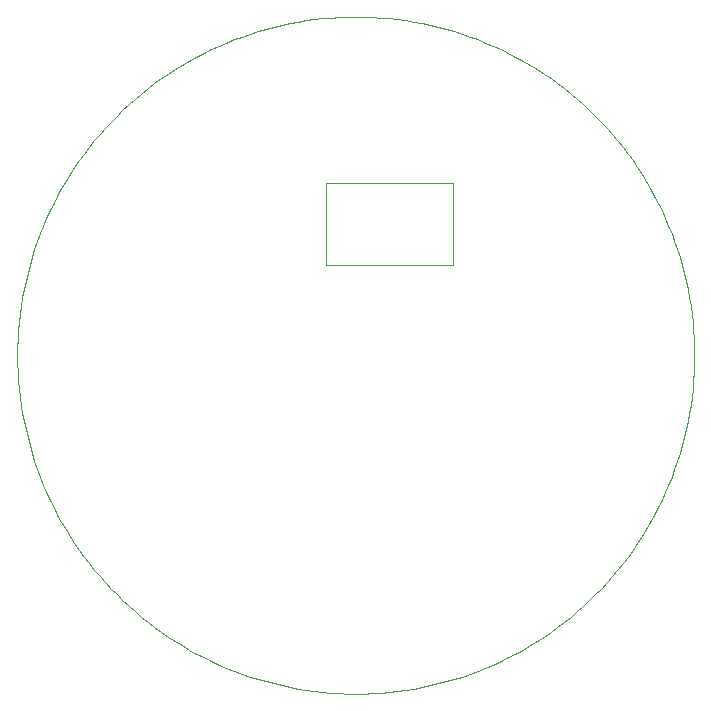
<source format=gko>
G75*
%MOIN*%
%OFA0B0*%
%FSLAX24Y24*%
%IPPOS*%
%LPD*%
%AMOC8*
5,1,8,0,0,1.08239X$1,22.5*
%
%ADD10C,0.0030*%
D10*
X002379Y012160D02*
X002382Y012437D01*
X002393Y012714D01*
X002410Y012990D01*
X002433Y013266D01*
X002464Y013541D01*
X002501Y013815D01*
X002545Y014089D01*
X002596Y014361D01*
X002653Y014632D01*
X002717Y014901D01*
X002788Y015169D01*
X002865Y015435D01*
X002948Y015699D01*
X003038Y015960D01*
X003135Y016220D01*
X003238Y016477D01*
X003347Y016732D01*
X003462Y016983D01*
X003584Y017232D01*
X003711Y017478D01*
X003845Y017720D01*
X003984Y017960D01*
X004129Y018195D01*
X004280Y018427D01*
X004437Y018656D01*
X004599Y018880D01*
X004767Y019100D01*
X004940Y019317D01*
X005118Y019528D01*
X005301Y019736D01*
X005490Y019939D01*
X005683Y020137D01*
X005881Y020330D01*
X006084Y020519D01*
X006292Y020702D01*
X006503Y020880D01*
X006720Y021053D01*
X006940Y021221D01*
X007164Y021383D01*
X007393Y021540D01*
X007625Y021691D01*
X007860Y021836D01*
X008100Y021975D01*
X008342Y022109D01*
X008588Y022236D01*
X008837Y022358D01*
X009088Y022473D01*
X009343Y022582D01*
X009600Y022685D01*
X009860Y022782D01*
X010121Y022872D01*
X010385Y022955D01*
X010651Y023032D01*
X010919Y023103D01*
X011188Y023167D01*
X011459Y023224D01*
X011731Y023275D01*
X012005Y023319D01*
X012279Y023356D01*
X012554Y023387D01*
X012830Y023410D01*
X013106Y023427D01*
X013383Y023438D01*
X013660Y023441D01*
X013937Y023438D01*
X014214Y023427D01*
X014490Y023410D01*
X014766Y023387D01*
X015041Y023356D01*
X015315Y023319D01*
X015589Y023275D01*
X015861Y023224D01*
X016132Y023167D01*
X016401Y023103D01*
X016669Y023032D01*
X016935Y022955D01*
X017199Y022872D01*
X017460Y022782D01*
X017720Y022685D01*
X017977Y022582D01*
X018232Y022473D01*
X018483Y022358D01*
X018732Y022236D01*
X018978Y022109D01*
X019220Y021975D01*
X019460Y021836D01*
X019695Y021691D01*
X019927Y021540D01*
X020156Y021383D01*
X020380Y021221D01*
X020600Y021053D01*
X020817Y020880D01*
X021028Y020702D01*
X021236Y020519D01*
X021439Y020330D01*
X021637Y020137D01*
X021830Y019939D01*
X022019Y019736D01*
X022202Y019528D01*
X022380Y019317D01*
X022553Y019100D01*
X022721Y018880D01*
X022883Y018656D01*
X023040Y018427D01*
X023191Y018195D01*
X023336Y017960D01*
X023475Y017720D01*
X023609Y017478D01*
X023736Y017232D01*
X023858Y016983D01*
X023973Y016732D01*
X024082Y016477D01*
X024185Y016220D01*
X024282Y015960D01*
X024372Y015699D01*
X024455Y015435D01*
X024532Y015169D01*
X024603Y014901D01*
X024667Y014632D01*
X024724Y014361D01*
X024775Y014089D01*
X024819Y013815D01*
X024856Y013541D01*
X024887Y013266D01*
X024910Y012990D01*
X024927Y012714D01*
X024938Y012437D01*
X024941Y012160D01*
X024938Y011883D01*
X024927Y011606D01*
X024910Y011330D01*
X024887Y011054D01*
X024856Y010779D01*
X024819Y010505D01*
X024775Y010231D01*
X024724Y009959D01*
X024667Y009688D01*
X024603Y009419D01*
X024532Y009151D01*
X024455Y008885D01*
X024372Y008621D01*
X024282Y008360D01*
X024185Y008100D01*
X024082Y007843D01*
X023973Y007588D01*
X023858Y007337D01*
X023736Y007088D01*
X023609Y006842D01*
X023475Y006600D01*
X023336Y006360D01*
X023191Y006125D01*
X023040Y005893D01*
X022883Y005664D01*
X022721Y005440D01*
X022553Y005220D01*
X022380Y005003D01*
X022202Y004792D01*
X022019Y004584D01*
X021830Y004381D01*
X021637Y004183D01*
X021439Y003990D01*
X021236Y003801D01*
X021028Y003618D01*
X020817Y003440D01*
X020600Y003267D01*
X020380Y003099D01*
X020156Y002937D01*
X019927Y002780D01*
X019695Y002629D01*
X019460Y002484D01*
X019220Y002345D01*
X018978Y002211D01*
X018732Y002084D01*
X018483Y001962D01*
X018232Y001847D01*
X017977Y001738D01*
X017720Y001635D01*
X017460Y001538D01*
X017199Y001448D01*
X016935Y001365D01*
X016669Y001288D01*
X016401Y001217D01*
X016132Y001153D01*
X015861Y001096D01*
X015589Y001045D01*
X015315Y001001D01*
X015041Y000964D01*
X014766Y000933D01*
X014490Y000910D01*
X014214Y000893D01*
X013937Y000882D01*
X013660Y000879D01*
X013383Y000882D01*
X013106Y000893D01*
X012830Y000910D01*
X012554Y000933D01*
X012279Y000964D01*
X012005Y001001D01*
X011731Y001045D01*
X011459Y001096D01*
X011188Y001153D01*
X010919Y001217D01*
X010651Y001288D01*
X010385Y001365D01*
X010121Y001448D01*
X009860Y001538D01*
X009600Y001635D01*
X009343Y001738D01*
X009088Y001847D01*
X008837Y001962D01*
X008588Y002084D01*
X008342Y002211D01*
X008100Y002345D01*
X007860Y002484D01*
X007625Y002629D01*
X007393Y002780D01*
X007164Y002937D01*
X006940Y003099D01*
X006720Y003267D01*
X006503Y003440D01*
X006292Y003618D01*
X006084Y003801D01*
X005881Y003990D01*
X005683Y004183D01*
X005490Y004381D01*
X005301Y004584D01*
X005118Y004792D01*
X004940Y005003D01*
X004767Y005220D01*
X004599Y005440D01*
X004437Y005664D01*
X004280Y005893D01*
X004129Y006125D01*
X003984Y006360D01*
X003845Y006600D01*
X003711Y006842D01*
X003584Y007088D01*
X003462Y007337D01*
X003347Y007588D01*
X003238Y007843D01*
X003135Y008100D01*
X003038Y008360D01*
X002948Y008621D01*
X002865Y008885D01*
X002788Y009151D01*
X002717Y009419D01*
X002653Y009688D01*
X002596Y009959D01*
X002545Y010231D01*
X002501Y010505D01*
X002464Y010779D01*
X002433Y011054D01*
X002410Y011330D01*
X002393Y011606D01*
X002382Y011883D01*
X002379Y012160D01*
X012660Y015160D02*
X016910Y015160D01*
X016910Y017910D01*
X012660Y017910D01*
X012660Y015160D01*
M02*

</source>
